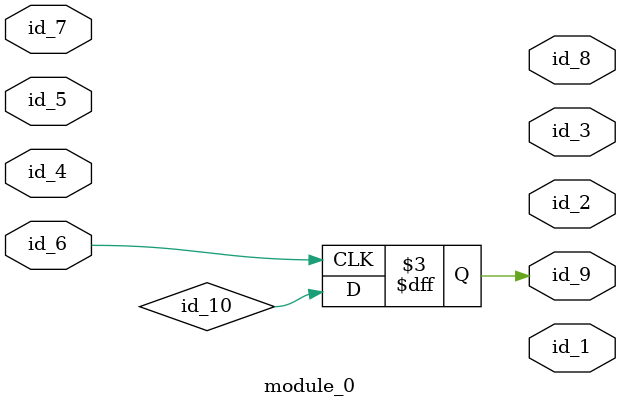
<source format=v>
module module_0 (
    id_1,
    id_2,
    id_3,
    id_4,
    id_5,
    id_6,
    id_7,
    id_8,
    id_9
);
  output id_9;
  output id_8;
  input id_7;
  inout id_6;
  inout id_5;
  inout id_4;
  output id_3;
  output id_2;
  output id_1;
  reg id_9, id_10, id_11;
  always @(posedge id_6 && id_6) begin
    id_9 <= id_10;
  end
endmodule

</source>
